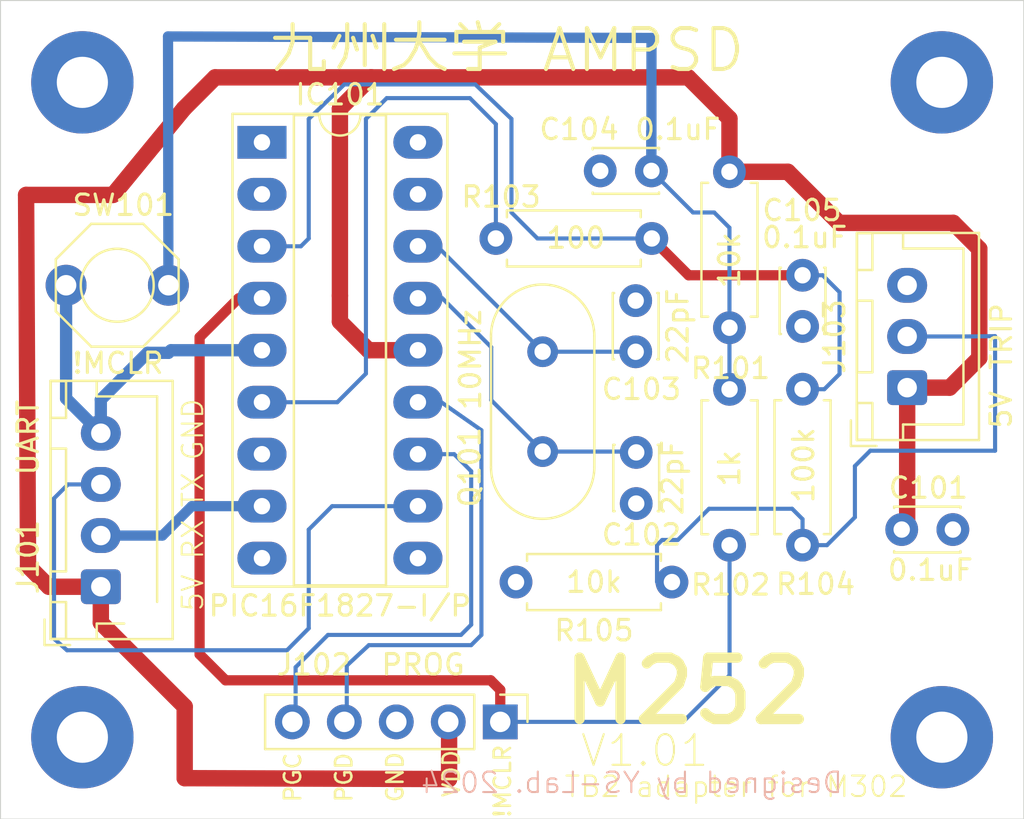
<source format=kicad_pcb>
(kicad_pcb (version 20240108) (generator "pcbnew") (generator_version "8.0")
  (layers (0 "F.Cu" signal) (31 "B.Cu" signal) (34 "B.Paste" user) (35 "F.Paste" user) (36 "B.SilkS" user "B.Silkscreen") (37 "F.SilkS" user "F.Silkscreen") (38 "B.Mask" user) (39 "F.Mask" user) (44 "Edge.Cuts" user))
  (net 0 "")
  (net 1 "+5V")
  (net 2 "GND")
  (net 3 "Net-(IC101-RA6)")
  (net 4 "Net-(IC101-RA7)")
  (net 5 "Net-(C104-Pad1)")
  (net 6 "Net-(IC101-RA4)")
  (net 8 "Net-(IC101-RB6)")
  (net 9 "/TB2_RX")
  (net 11 "Net-(IC101-RB0)")
  (net 15 "/TB2_TX")
  (net 16 "Net-(IC101-RB7)")
  (net 20 "Net-(J103-Pin_2)")
  (net 21 "Net-(IC101-RA5{slash}~{MCLR}{slash}VPP)")
  (footprint "Connector_JST:JST_XH_B4B-XH-AM_1x04_P2.50mm_Vertical" (layer "F.Cu") (at 104.902 88.646 90)
    (property "Reference" "J101" (at 1.448 -3.556 90) (layer "F.SilkS"))
    (property "Value" "UART" (at 7.29 -3.556 90) (layer "F.SilkS"))
    (fp_line (start -1.6 -2.75) (end -2.85 -2.75) (stroke (width 0.12)) (layer "F.SilkS"))
    (fp_line (start -2.85 -2.75) (end -2.85 -1.5) (stroke (width 0.12)) (layer "F.SilkS"))
    (fp_line (start 10.06 -2.46) (end -2.56 -2.46) (stroke (width 0.12)) (layer "F.SilkS"))
    (fp_line (start -2.56 -2.46) (end -2.56 3.51) (stroke (width 0.12)) (layer "F.SilkS"))
    (fp_line (start 10.05 -2.45) (end 8.25 -2.45) (stroke (width 0.12)) (layer "F.SilkS"))
    (fp_line (start 8.25 -2.45) (end 8.25 -1.7) (stroke (width 0.12)) (layer "F.SilkS"))
    (fp_line (start 6.75 -2.45) (end 0.75 -2.45) (stroke (width 0.12)) (layer "F.SilkS"))
    (fp_line (start 0.75 -2.45) (end 0.75 -1.7) (stroke (width 0.12)) (layer "F.SilkS"))
    (fp_line (start -0.75 -2.45) (end -2.55 -2.45) (stroke (width 0.12)) (layer "F.SilkS"))
    (fp_line (start -2.55 -2.45) (end -2.55 -1.7) (stroke (width 0.12)) (layer "F.SilkS"))
    (fp_line (start 10.05 -1.7) (end 10.05 -2.45) (stroke (width 0.12)) (layer "F.SilkS"))
    (fp_line (start 8.25 -1.7) (end 10.05 -1.7) (stroke (width 0.12)) (layer "F.SilkS"))
    (fp_line (start 6.75 -1.7) (end 6.75 -2.45) (stroke (width 0.12)) (layer "F.SilkS"))
    (fp_line (start 0.75 -1.7) (end 6.75 -1.7) (stroke (width 0.12)) (layer "F.SilkS"))
    (fp_line (start -0.75 -1.7) (end -0.75 -2.45) (stroke (width 0.12)) (layer "F.SilkS"))
    (fp_line (start -2.55 -1.7) (end -0.75 -1.7) (stroke (width 0.12)) (layer "F.SilkS"))
    (fp_line (start 10.05 -0.2) (end 9.3 -0.2) (stroke (width 0.12)) (layer "F.SilkS"))
    (fp_line (start 9.3 -0.2) (end 9.3 2.75) (stroke (width 0.12)) (layer "F.SilkS"))
    (fp_line (start -1.8 -0.2) (end -1.8 1.14) (stroke (width 0.12)) (layer "F.SilkS"))
    (fp_line (start -2.55 -0.2) (end -1.8 -0.2) (stroke (width 0.12)) (layer "F.SilkS"))
    (fp_line (start 9.3 2.75) (end 3.75 2.75) (stroke (width 0.12)) (layer "F.SilkS"))
    (fp_line (start 3.75 2.75) (end -0.74 2.75) (stroke (width 0.12)) (layer "F.SilkS"))
    (fp_line (start 10.06 3.51) (end 10.06 -2.46) (stroke (width 0.12)) (layer "F.SilkS"))
    (fp_line (start -2.56 3.51) (end 10.06 3.51) (stroke (width 0.12)) (layer "F.SilkS"))
    (pad "" np_thru_hole circle (at -1.6 2 90) (size 1.2 1.2) (drill 1.2) (layers "*.Cu" "*.Mask"))
    (pad "1" thru_hole roundrect (at 0 0 90) (size 1.7 1.95) (drill 0.95) (layers "*.Cu" "*.Mask") (roundrect_rratio 0.147059) (net 1 "+5V"))
    (pad "2" thru_hole oval (at 2.5 0 90) (size 1.7 1.95) (drill 0.95) (layers "*.Cu" "*.Mask") (net 9 "/TB2_RX"))
    (pad "3" thru_hole oval (at 5 0 90) (size 1.7 1.95) (drill 0.95) (layers "*.Cu" "*.Mask") (net 15 "/TB2_TX"))
    (pad "4" thru_hole oval (at 7.5 0 90) (size 1.7 1.95) (drill 0.95) (layers "*.Cu" "*.Mask") (net 2 "GND"))
  )
  (footprint "Resistor_THT:R_Axial_DIN0207_L6.3mm_D2.5mm_P7.62mm_Horizontal" (layer "F.Cu") (at 135.62 75.99 90)
    (property "Reference" "R101" (at -1.9812 0.0508 0) (layer "F.SilkS"))
    (property "Value" "10k" (at 3.302 0 90) (layer "F.SilkS"))
    (fp_line (start 7.08 -1.37) (end 7.08 -1.04) (stroke (width 0.12)) (layer "F.SilkS"))
    (fp_line (start 0.54 -1.37) (end 7.08 -1.37) (stroke (width 0.12)) (layer "F.SilkS"))
    (fp_line (start 0.54 -1.04) (end 0.54 -1.37) (stroke (width 0.12)) (layer "F.SilkS"))
    (fp_line (start 0.54 1.04) (end 0.54 1.37) (stroke (width 0.12)) (layer "F.SilkS"))
    (fp_line (start 7.08 1.37) (end 7.08 1.04) (stroke (width 0.12)) (layer "F.SilkS"))
    (fp_line (start 0.54 1.37) (end 7.08 1.37) (stroke (width 0.12)) (layer "F.SilkS"))
    (pad "1" thru_hole circle (at 0 0 90) (size 1.6 1.6) (drill 0.8) (layers "*.Cu" "*.Mask") (net 5 "Net-(C104-Pad1)"))
    (pad "2" thru_hole oval (at 7.62 0 90) (size 1.6 1.6) (drill 0.8) (layers "*.Cu" "*.Mask") (net 1 "+5V"))
  )
  (footprint "Capacitor_THT:C_Disc_D3.0mm_W2.0mm_P2.50mm" (layer "F.Cu") (at 131.064 82.082 -90)
    (property "Reference" "C102" (at 4.024 -0.254 180) (layer "F.SilkS"))
    (property "Value" "22pF" (at 1.23 -1.778 90) (layer "F.SilkS"))
    (fp_line (start -0.37 1.12) (end 2.87 1.12) (stroke (width 0.12)) (layer "F.SilkS"))
    (fp_line (start -0.37 1.055) (end -0.37 1.12) (stroke (width 0.12)) (layer "F.SilkS"))
    (fp_line (start 2.87 1.055) (end 2.87 1.12) (stroke (width 0.12)) (layer "F.SilkS"))
    (fp_line (start -0.37 -1.12) (end -0.37 -1.055) (stroke (width 0.12)) (layer "F.SilkS"))
    (fp_line (start -0.37 -1.12) (end 2.87 -1.12) (stroke (width 0.12)) (layer "F.SilkS"))
    (fp_line (start 2.87 -1.12) (end 2.87 -1.055) (stroke (width 0.12)) (layer "F.SilkS"))
    (pad "1" thru_hole circle (at 0 0 270) (size 1.6 1.6) (drill 0.8) (layers "*.Cu" "*.Mask") (net 3 "Net-(IC101-RA6)"))
    (pad "2" thru_hole circle (at 2.5 0 270) (size 1.6 1.6) (drill 0.8) (layers "*.Cu" "*.Mask") (net 2 "GND"))
  )
  (footprint "HOLLY2:TVDT18-050" (layer "F.Cu") (at 105.704 73.914 180)
    (property "Reference" "SW101" (at -0.296 3.914 0) (layer "F.SilkS"))
    (property "Value" "!MCLR" (at -0.04 -3.81 0) (layer "F.SilkS"))
    (fp_line (start 3 1.27) (end 3 -1.27) (stroke (width 0.12)) (layer "F.SilkS"))
    (fp_line (start 3 -1.27) (end 1.27 -3) (stroke (width 0.12)) (layer "F.SilkS"))
    (fp_line (start 1.27 3) (end 3 1.27) (stroke (width 0.12)) (layer "F.SilkS"))
    (fp_line (start 1.27 -3) (end -1.27 -3) (stroke (width 0.12)) (layer "F.SilkS"))
    (fp_line (start -1.27 3) (end 1.27 3) (stroke (width 0.12)) (layer "F.SilkS"))
    (fp_line (start -1.27 -3) (end -3 -1.27) (stroke (width 0.12)) (layer "F.SilkS"))
    (fp_line (start -3 1.27) (end -1.27 3) (stroke (width 0.12)) (layer "F.SilkS"))
    (fp_line (start -3 -1.27) (end -3 1.27) (stroke (width 0.12)) (layer "F.SilkS"))
    (fp_circle (center 0 0) (end 0.127 1.778) (stroke (width 0.12)) (fill none) (layer "F.SilkS"))
    (pad "1" thru_hole circle (at -2.5 0 180) (size 2 2) (drill 1) (layers "*.Cu" "*.Mask") (net 5 "Net-(C104-Pad1)"))
    (pad "2" thru_hole circle (at 2.5 0 180) (size 2 2) (drill 1) (layers "*.Cu" "*.Mask") (net 2 "GND"))
  )
  (footprint "MountingHole:MountingHole_2.5mm_Pad" (layer "F.Cu") (at 104 96)
    (property "Reference" "REF**" (hide yes))
    (property "Value" "MountingHole_2.5mm_Pad" (hide yes))
    (pad "1" thru_hole circle (at 0 0) (size 5 5) (drill 2.5) (layers "*.Cu" "*.Mask"))
  )
  (footprint "Resistor_THT:R_Axial_DIN0207_L6.3mm_D2.5mm_P7.62mm_Horizontal" (layer "F.Cu") (at 139.192 86.614 90)
    (property "Reference" "R104" (at -1.905 0.635 180) (layer "F.SilkS"))
    (property "Value" "100k" (at 3.9116 0.0508 90) (layer "F.SilkS"))
    (fp_line (start 7.08 -1.37) (end 7.08 -1.04) (stroke (width 0.12)) (layer "F.SilkS"))
    (fp_line (start 0.54 -1.37) (end 7.08 -1.37) (stroke (width 0.12)) (layer "F.SilkS"))
    (fp_line (start 0.54 -1.04) (end 0.54 -1.37) (stroke (width 0.12)) (layer "F.SilkS"))
    (fp_line (start 0.54 1.04) (end 0.54 1.37) (stroke (width 0.12)) (layer "F.SilkS"))
    (fp_line (start 7.08 1.37) (end 7.08 1.04) (stroke (width 0.12)) (layer "F.SilkS"))
    (fp_line (start 0.54 1.37) (end 7.08 1.37) (stroke (width 0.12)) (layer "F.SilkS"))
    (pad "1" thru_hole circle (at 0 0 90) (size 1.6 1.6) (drill 0.8) (layers "*.Cu" "*.Mask") (net 20 "Net-(J103-Pin_2)"))
    (pad "2" thru_hole oval (at 7.62 0 90) (size 1.6 1.6) (drill 0.8) (layers "*.Cu" "*.Mask") (net 6 "Net-(IC101-RA4)"))
  )
  (footprint "MountingHole:MountingHole_2.5mm_Pad" (layer "F.Cu") (at 104 64)
    (property "Reference" "REF**" (hide yes))
    (property "Value" "MountingHole_2.5mm_Pad" (hide yes))
    (pad "1" thru_hole circle (at 0 0) (size 5 5) (drill 2.5) (layers "*.Cu" "*.Mask"))
  )
  (footprint "Resistor_THT:R_Axial_DIN0207_L6.3mm_D2.5mm_P7.62mm_Horizontal" (layer "F.Cu") (at 132.81 88.4174 180)
    (property "Reference" "R105" (at 3.81 -2.37 0) (layer "F.SilkS"))
    (property "Value" "10k" (at 3.81 0 0) (layer "F.SilkS"))
    (fp_line (start 7.08 1.37) (end 7.08 1.04) (stroke (width 0.12)) (layer "F.SilkS"))
    (fp_line (start 7.08 -1.37) (end 7.08 -1.04) (stroke (width 0.12)) (layer "F.SilkS"))
    (fp_line (start 0.54 1.37) (end 7.08 1.37) (stroke (width 0.12)) (layer "F.SilkS"))
    (fp_line (start 0.54 1.04) (end 0.54 1.37) (stroke (width 0.12)) (layer "F.SilkS"))
    (fp_line (start 0.54 -1.04) (end 0.54 -1.37) (stroke (width 0.12)) (layer "F.SilkS"))
    (fp_line (start 0.54 -1.37) (end 7.08 -1.37) (stroke (width 0.12)) (layer "F.SilkS"))
    (pad "1" thru_hole circle (at 0 0 180) (size 1.6 1.6) (drill 0.8) (layers "*.Cu" "*.Mask") (net 20 "Net-(J103-Pin_2)"))
    (pad "2" thru_hole oval (at 7.62 0 180) (size 1.6 1.6) (drill 0.8) (layers "*.Cu" "*.Mask") (net 2 "GND"))
  )
  (footprint "Package_DIP:DIP-18_W7.62mm_Socket_LongPads" (layer "F.Cu") (at 112.776 66.929)
    (property "Reference" "IC101" (at 3.81 -2.33 0) (layer "F.SilkS"))
    (property "Value" "PIC16F1827-I/P" (at 3.81 22.65 0) (layer "F.SilkS"))
    (fp_line (start -1.44 -1.39) (end -1.44 21.71) (stroke (width 0.12)) (layer "F.SilkS"))
    (fp_line (start -1.44 21.71) (end 9.06 21.71) (stroke (width 0.12)) (layer "F.SilkS"))
    (fp_line (start 1.56 -1.33) (end 1.56 21.65) (stroke (width 0.12)) (layer "F.SilkS"))
    (fp_line (start 1.56 21.65) (end 6.06 21.65) (stroke (width 0.12)) (layer "F.SilkS"))
    (fp_line (start 2.81 -1.33) (end 1.56 -1.33) (stroke (width 0.12)) (layer "F.SilkS"))
    (fp_line (start 6.06 -1.33) (end 4.81 -1.33) (stroke (width 0.12)) (layer "F.SilkS"))
    (fp_line (start 6.06 21.65) (end 6.06 -1.33) (stroke (width 0.12)) (layer "F.SilkS"))
    (fp_line (start 9.06 -1.39) (end -1.44 -1.39) (stroke (width 0.12)) (layer "F.SilkS"))
    (fp_line (start 9.06 21.71) (end 9.06 -1.39) (stroke (width 0.12)) (layer "F.SilkS"))
    (fp_arc (start 4.81 -1.33) (mid 3.81 -0.33) (end 2.81 -1.33) (stroke (width 0.12)) (layer "F.SilkS"))
    (pad "1" thru_hole rect (at 0 0) (size 2.4 1.6) (drill 0.8) (layers "*.Cu" "*.Mask"))
    (pad "2" thru_hole oval (at 0 2.54) (size 2.4 1.6) (drill 0.8) (layers "*.Cu" "*.Mask"))
    (pad "3" thru_hole oval (at 0 5.08) (size 2.4 1.6) (drill 0.8) (layers "*.Cu" "*.Mask") (net 6 "Net-(IC101-RA4)"))
    (pad "4" thru_hole oval (at 0 7.62) (size 2.4 1.6) (drill 0.8) (layers "*.Cu" "*.Mask") (net 21 "Net-(IC101-RA5{slash}~{MCLR}{slash}VPP)"))
    (pad "5" thru_hole oval (at 0 10.16) (size 2.4 1.6) (drill 0.8) (layers "*.Cu" "*.Mask") (net 2 "GND"))
    (pad "6" thru_hole oval (at 0 12.7) (size 2.4 1.6) (drill 0.8) (layers "*.Cu" "*.Mask") (net 11 "Net-(IC101-RB0)"))
    (pad "7" thru_hole oval (at 0 15.24) (size 2.4 1.6) (drill 0.8) (layers "*.Cu" "*.Mask"))
    (pad "8" thru_hole oval (at 0 17.78) (size 2.4 1.6) (drill 0.8) (layers "*.Cu" "*.Mask") (net 9 "/TB2_RX"))
    (pad "9" thru_hole oval (at 0 20.32) (size 2.4 1.6) (drill 0.8) (layers "*.Cu" "*.Mask"))
    (pad "10" thru_hole oval (at 7.62 20.32) (size 2.4 1.6) (drill 0.8) (layers "*.Cu" "*.Mask"))
    (pad "11" thru_hole oval (at 7.62 17.78) (size 2.4 1.6) (drill 0.8) (layers "*.Cu" "*.Mask") (net 15 "/TB2_TX"))
    (pad "12" thru_hole oval (at 7.62 15.24) (size 2.4 1.6) (drill 0.8) (layers "*.Cu" "*.Mask") (net 8 "Net-(IC101-RB6)"))
    (pad "13" thru_hole oval (at 7.62 12.7) (size 2.4 1.6) (drill 0.8) (layers "*.Cu" "*.Mask") (net 16 "Net-(IC101-RB7)"))
    (pad "14" thru_hole oval (at 7.62 10.16) (size 2.4 1.6) (drill 0.8) (layers "*.Cu" "*.Mask") (net 1 "+5V"))
    (pad "15" thru_hole oval (at 7.62 7.62) (size 2.4 1.6) (drill 0.8) (layers "*.Cu" "*.Mask") (net 3 "Net-(IC101-RA6)"))
    (pad "16" thru_hole oval (at 7.62 5.08) (size 2.4 1.6) (drill 0.8) (layers "*.Cu" "*.Mask") (net 4 "Net-(IC101-RA7)"))
    (pad "17" thru_hole oval (at 7.62 2.54) (size 2.4 1.6) (drill 0.8) (layers "*.Cu" "*.Mask"))
    (pad "18" thru_hole oval (at 7.62 0) (size 2.4 1.6) (drill 0.8) (layers "*.Cu" "*.Mask"))
  )
  (footprint "Capacitor_THT:C_Disc_D3.0mm_W2.0mm_P2.50mm" (layer "F.Cu") (at 146.538 85.852 180)
    (property "Reference" "C101" (at 1.1992 2.032 0) (layer "F.SilkS"))
    (property "Value" "0.1uF" (at 1.0976 -1.9812 0) (layer "F.SilkS"))
    (fp_line (start 2.87 1.055) (end 2.87 1.12) (stroke (width 0.12)) (layer "F.SilkS"))
    (fp_line (start 2.87 -1.12) (end 2.87 -1.055) (stroke (width 0.12)) (layer "F.SilkS"))
    (fp_line (start -0.37 1.12) (end 2.87 1.12) (stroke (width 0.12)) (layer "F.SilkS"))
    (fp_line (start -0.37 1.055) (end -0.37 1.12) (stroke (width 0.12)) (layer "F.SilkS"))
    (fp_line (start -0.37 -1.12) (end 2.87 -1.12) (stroke (width 0.12)) (layer "F.SilkS"))
    (fp_line (start -0.37 -1.12) (end -0.37 -1.055) (stroke (width 0.12)) (layer "F.SilkS"))
    (pad "1" thru_hole circle (at 0 0 180) (size 1.6 1.6) (drill 0.8) (layers "*.Cu" "*.Mask") (net 2 "GND"))
    (pad "2" thru_hole circle (at 2.5 0 180) (size 1.6 1.6) (drill 0.8) (layers "*.Cu" "*.Mask") (net 1 "+5V"))
  )
  (footprint "Crystal:Crystal_HC49-4H_Vertical" (layer "F.Cu") (at 126.492 77.162 -90)
    (property "Reference" "Q101" (at 5.642 3.556 90) (layer "F.SilkS"))
    (property "Value" "10MHz" (at 0.3842 3.5306 90) (layer "F.SilkS"))
    (fp_line (start -0.76 2.525) (end 5.64 2.525) (stroke (width 0.12)) (layer "F.SilkS"))
    (fp_line (start -0.76 -2.525) (end 5.64 -2.525) (stroke (width 0.12)) (layer "F.SilkS"))
    (fp_arc (start -0.76 2.525) (mid -3.285 0) (end -0.76 -2.525) (stroke (width 0.12)) (layer "F.SilkS"))
    (fp_arc (start 5.64 -2.525) (mid 8.165 0) (end 5.64 2.525) (stroke (width 0.12)) (layer "F.SilkS"))
    (pad "1" thru_hole circle (at 0 0 270) (size 1.5 1.5) (drill 0.8) (layers "*.Cu" "*.Mask") (net 4 "Net-(IC101-RA7)"))
    (pad "2" thru_hole circle (at 4.88 0 270) (size 1.5 1.5) (drill 0.8) (layers "*.Cu" "*.Mask") (net 3 "Net-(IC101-RA6)"))
  )
  (footprint "Resistor_THT:R_Axial_DIN0207_L6.3mm_D2.5mm_P7.62mm_Horizontal" (layer "F.Cu") (at 131.826 71.628 180)
    (property "Reference" "R103" (at 7.366 2.032 0) (layer "F.SilkS"))
    (property "Value" "100" (at 3.7084 0.0254 0) (layer "F.SilkS"))
    (fp_line (start 7.08 1.37) (end 7.08 1.04) (stroke (width 0.12)) (layer "F.SilkS"))
    (fp_line (start 7.08 -1.37) (end 7.08 -1.04) (stroke (width 0.12)) (layer "F.SilkS"))
    (fp_line (start 0.54 1.37) (end 7.08 1.37) (stroke (width 0.12)) (layer "F.SilkS"))
    (fp_line (start 0.54 1.04) (end 0.54 1.37) (stroke (width 0.12)) (layer "F.SilkS"))
    (fp_line (start 0.54 -1.04) (end 0.54 -1.37) (stroke (width 0.12)) (layer "F.SilkS"))
    (fp_line (start 0.54 -1.37) (end 7.08 -1.37) (stroke (width 0.12)) (layer "F.SilkS"))
    (pad "1" thru_hole circle (at 0 0 180) (size 1.6 1.6) (drill 0.8) (layers "*.Cu" "*.Mask") (net 6 "Net-(IC101-RA4)"))
    (pad "2" thru_hole oval (at 7.62 0 180) (size 1.6 1.6) (drill 0.8) (layers "*.Cu" "*.Mask") (net 11 "Net-(IC101-RB0)"))
  )
  (footprint "Capacitor_THT:C_Disc_D3.0mm_W2.0mm_P2.50mm" (layer "F.Cu") (at 131.806 68.326 180)
    (property "Reference" "C104" (at 3.536 2.032 0) (layer "F.SilkS"))
    (property "Value" "0.1uF" (at -1.29 2.032 0) (layer "F.SilkS"))
    (fp_line (start 2.87 1.055) (end 2.87 1.12) (stroke (width 0.12)) (layer "F.SilkS"))
    (fp_line (start 2.87 -1.12) (end 2.87 -1.055) (stroke (width 0.12)) (layer "F.SilkS"))
    (fp_line (start -0.37 1.12) (end 2.87 1.12) (stroke (width 0.12)) (layer "F.SilkS"))
    (fp_line (start -0.37 1.055) (end -0.37 1.12) (stroke (width 0.12)) (layer "F.SilkS"))
    (fp_line (start -0.37 -1.12) (end 2.87 -1.12) (stroke (width 0.12)) (layer "F.SilkS"))
    (fp_line (start -0.37 -1.12) (end -0.37 -1.055) (stroke (width 0.12)) (layer "F.SilkS"))
    (pad "1" thru_hole circle (at 0 0 180) (size 1.6 1.6) (drill 0.8) (layers "*.Cu" "*.Mask") (net 5 "Net-(C104-Pad1)"))
    (pad "2" thru_hole circle (at 2.5 0 180) (size 1.6 1.6) (drill 0.8) (layers "*.Cu" "*.Mask") (net 2 "GND"))
  )
  (footprint "Connector_PinHeader_2.54mm:PinHeader_1x05_P2.54mm_Vertical" (layer "F.Cu") (at 124.42 95.25 -90)
    (property "Reference" "J102" (at -2.794 9.104 180) (layer "F.SilkS"))
    (property "Value" "PROG" (at -2.794 3.77 180) (layer "F.SilkS"))
    (fp_line (start -1.33 11.49) (end 1.33 11.49) (stroke (width 0.12)) (layer "F.SilkS"))
    (fp_line (start -1.33 1.27) (end -1.33 11.49) (stroke (width 0.12)) (layer "F.SilkS"))
    (fp_line (start -1.33 1.27) (end 1.33 1.27) (stroke (width 0.12)) (layer "F.SilkS"))
    (fp_line (start 1.33 1.27) (end 1.33 11.49) (stroke (width 0.12)) (layer "F.SilkS"))
    (fp_line (start -1.33 0) (end -1.33 -1.33) (stroke (width 0.12)) (layer "F.SilkS"))
    (fp_line (start -1.33 -1.33) (end 0 -1.33) (stroke (width 0.12)) (layer "F.SilkS"))
    (pad "1" thru_hole rect (at 0 0 270) (size 1.7 1.7) (drill 1) (layers "*.Cu" "*.Mask") (net 21 "Net-(IC101-RA5{slash}~{MCLR}{slash}VPP)"))
    (pad "2" thru_hole oval (at 0 2.54 270) (size 1.7 1.7) (drill 1) (layers "*.Cu" "*.Mask") (net 1 "+5V"))
    (pad "3" thru_hole oval (at 0 5.08 270) (size 1.7 1.7) (drill 1) (layers "*.Cu" "*.Mask") (net 2 "GND"))
    (pad "4" thru_hole oval (at 0 7.62 270) (size 1.7 1.7) (drill 1) (layers "*.Cu" "*.Mask") (net 16 "Net-(IC101-RB7)"))
    (pad "5" thru_hole oval (at 0 10.16 270) (size 1.7 1.7) (drill 1) (layers "*.Cu" "*.Mask") (net 8 "Net-(IC101-RB6)"))
  )
  (footprint "Capacitor_THT:C_Disc_D3.0mm_W2.0mm_P2.50mm" (layer "F.Cu") (at 139.192 73.426 -90)
    (property "Reference" "C105" (at -3.1696 0.0254 180) (layer "F.SilkS"))
    (property "Value" "0.1uF" (at -1.8488 -0.1016 180) (layer "F.SilkS"))
    (fp_line (start -0.37 1.12) (end 2.87 1.12) (stroke (width 0.12)) (layer "F.SilkS"))
    (fp_line (start -0.37 1.055) (end -0.37 1.12) (stroke (width 0.12)) (layer "F.SilkS"))
    (fp_line (start 2.87 1.055) (end 2.87 1.12) (stroke (width 0.12)) (layer "F.SilkS"))
    (fp_line (start -0.37 -1.12) (end -0.37 -1.055) (stroke (width 0.12)) (layer "F.SilkS"))
    (fp_line (start -0.37 -1.12) (end 2.87 -1.12) (stroke (width 0.12)) (layer "F.SilkS"))
    (fp_line (start 2.87 -1.12) (end 2.87 -1.055) (stroke (width 0.12)) (layer "F.SilkS"))
    (pad "1" thru_hole circle (at 0 0 270) (size 1.6 1.6) (drill 0.8) (layers "*.Cu" "*.Mask") (net 6 "Net-(IC101-RA4)"))
    (pad "2" thru_hole circle (at 2.5 0 270) (size 1.6 1.6) (drill 0.8) (layers "*.Cu" "*.Mask") (net 2 "GND"))
  )
  (footprint "MountingHole:MountingHole_2.5mm_Pad" (layer "F.Cu") (at 146 64)
    (property "Reference" "REF**" (hide yes))
    (property "Value" "MountingHole_2.5mm_Pad" (hide yes))
    (pad "1" thru_hole circle (at 0 0) (size 5 5) (drill 2.5) (layers "*.Cu" "*.Mask"))
  )
  (footprint "Resistor_THT:R_Axial_DIN0207_L6.3mm_D2.5mm_P7.62mm_Horizontal" (layer "F.Cu") (at 135.625 86.62 90)
    (property "Reference" "R102" (at -1.9304 0.0508 0) (layer "F.SilkS"))
    (property "Value" "1k" (at 3.7592 0 90) (layer "F.SilkS"))
    (fp_line (start 7.08 -1.37) (end 7.08 -1.04) (stroke (width 0.12)) (layer "F.SilkS"))
    (fp_line (start 0.54 -1.37) (end 7.08 -1.37) (stroke (width 0.12)) (layer "F.SilkS"))
    (fp_line (start 0.54 -1.04) (end 0.54 -1.37) (stroke (width 0.12)) (layer "F.SilkS"))
    (fp_line (start 0.54 1.04) (end 0.54 1.37) (stroke (width 0.12)) (layer "F.SilkS"))
    (fp_line (start 7.08 1.37) (end 7.08 1.04) (stroke (width 0.12)) (layer "F.SilkS"))
    (fp_line (start 0.54 1.37) (end 7.08 1.37) (stroke (width 0.12)) (layer "F.SilkS"))
    (pad "1" thru_hole circle (at 0 0 90) (size 1.6 1.6) (drill 0.8) (layers "*.Cu" "*.Mask") (net 21 "Net-(IC101-RA5{slash}~{MCLR}{slash}VPP)"))
    (pad "2" thru_hole oval (at 7.62 0 90) (size 1.6 1.6) (drill 0.8) (layers "*.Cu" "*.Mask") (net 5 "Net-(C104-Pad1)"))
  )
  (footprint "Connector_JST:JST_XH_B3B-XH-A_1x03_P2.50mm_Vertical" (layer "F.Cu") (at 144.304 78.918 90)
    (property "Reference" "J103" (at 2.5 -3.55 90) (layer "F.SilkS"))
    (property "Value" "TRIP" (at 2.5 4.6 90) (layer "F.SilkS"))
    (fp_line (start -1.6 -2.75) (end -2.85 -2.75) (stroke (width 0.12)) (layer "F.SilkS"))
    (fp_line (start -2.85 -2.75) (end -2.85 -1.5) (stroke (width 0.12)) (layer "F.SilkS"))
    (fp_line (start 7.56 -2.46) (end -2.56 -2.46) (stroke (width 0.12)) (layer "F.SilkS"))
    (fp_line (start -2.56 -2.46) (end -2.56 3.51) (stroke (width 0.12)) (layer "F.SilkS"))
    (fp_line (start 7.55 -2.45) (end 5.75 -2.45) (stroke (width 0.12)) (layer "F.SilkS"))
    (fp_line (start 5.75 -2.45) (end 5.75 -1.7) (stroke (width 0.12)) (layer "F.SilkS"))
    (fp_line (start 4.25 -2.45) (end 0.75 -2.45) (stroke (width 0.12)) (layer "F.SilkS"))
    (fp_line (start 0.75 -2.45) (end 0.75 -1.7) (stroke (width 0.12)) (layer "F.SilkS"))
    (fp_line (start -0.75 -2.45) (end -2.55 -2.45) (stroke (width 0.12)) (layer "F.SilkS"))
    (fp_line (start -2.55 -2.45) (end -2.55 -1.7) (stroke (width 0.12)) (layer "F.SilkS"))
    (fp_line (start 7.55 -1.7) (end 7.55 -2.45) (stroke (width 0.12)) (layer "F.SilkS"))
    (fp_line (start 5.75 -1.7) (end 7.55 -1.7) (stroke (width 0.12)) (layer "F.SilkS"))
    (fp_line (start 4.25 -1.7) (end 4.25 -2.45) (stroke (width 0.12)) (layer "F.SilkS"))
    (fp_line (start 0.75 -1.7) (end 4.25 -1.7) (stroke (width 0.12)) (layer "F.SilkS"))
    (fp_line (start -0.75 -1.7) (end -0.75 -2.45) (stroke (width 0.12)) (layer "F.SilkS"))
    (fp_line (start -2.55 -1.7) (end -0.75 -1.7) (stroke (width 0.12)) (layer "F.SilkS"))
    (fp_line (start 7.55 -0.2) (end 6.8 -0.2) (stroke (width 0.12)) (layer "F.SilkS"))
    (fp_line (start 6.8 -0.2) (end 6.8 2.75) (stroke (width 0.12)) (layer "F.SilkS"))
    (fp_line (start -1.8 -0.2) (end -1.8 2.75) (stroke (width 0.12)) (layer "F.SilkS"))
    (fp_line (start -2.55 -0.2) (end -1.8 -0.2) (stroke (width 0.12)) (layer "F.SilkS"))
    (fp_line (start 6.8 2.75) (end 2.5 2.75) (stroke (width 0.12)) (layer "F.SilkS"))
    (fp_line (start -1.8 2.75) (end 2.5 2.75) (stroke (width 0.12)) (layer "F.SilkS"))
    (fp_line (start 7.56 3.51) (end 7.56 -2.46) (stroke (width 0.12)) (layer "F.SilkS"))
    (fp_line (start -2.56 3.51) (end 7.56 3.51) (stroke (width 0.12)) (layer "F.SilkS"))
    (pad "1" thru_hole roundrect (at 0 0 90) (size 1.7 1.95) (drill 0.95) (layers "*.Cu" "*.Mask") (roundrect_rratio 0.147059) (net 1 "+5V"))
    (pad "2" thru_hole oval (at 2.5 0 90) (size 1.7 1.95) (drill 0.95) (layers "*.Cu" "*.Mask") (net 20 "Net-(J103-Pin_2)"))
    (pad "3" thru_hole oval (at 5 0 90) (size 1.7 1.95) (drill 0.95) (layers "*.Cu" "*.Mask"))
  )
  (footprint "MountingHole:MountingHole_2.5mm_Pad" (layer "F.Cu") (at 146 96)
    (property "Reference" "REF**" (hide yes))
    (property "Value" "MountingHole_2.5mm_Pad" (hide yes))
    (pad "1" thru_hole circle (at 0 0) (size 5 5) (drill 2.5) (layers "*.Cu" "*.Mask"))
  )
  (footprint "Capacitor_THT:C_Disc_D3.0mm_W2.0mm_P2.50mm" (layer "F.Cu") (at 131.0386 77.1652 90)
    (property "Reference" "C103" (at -1.8288 0.2794 180) (layer "F.SilkS"))
    (property "Value" "22pF" (at 1.25 2.0574 90) (layer "F.SilkS"))
    (fp_line (start 2.87 -1.12) (end 2.87 -1.055) (stroke (width 0.12)) (layer "F.SilkS"))
    (fp_line (start -0.37 -1.12) (end 2.87 -1.12) (stroke (width 0.12)) (layer "F.SilkS"))
    (fp_line (start -0.37 -1.12) (end -0.37 -1.055) (stroke (width 0.12)) (layer "F.SilkS"))
    (fp_line (start 2.87 1.055) (end 2.87 1.12) (stroke (width 0.12)) (layer "F.SilkS"))
    (fp_line (start -0.37 1.055) (end -0.37 1.12) (stroke (width 0.12)) (layer "F.SilkS"))
    (fp_line (start -0.37 1.12) (end 2.87 1.12) (stroke (width 0.12)) (layer "F.SilkS"))
    (pad "1" thru_hole circle (at 0 0 90) (size 1.6 1.6) (drill 0.8) (layers "*.Cu" "*.Mask") (net 4 "Net-(IC101-RA7)"))
    (pad "2" thru_hole circle (at 2.5 0 90) (size 1.6 1.6) (drill 0.8) (layers "*.Cu" "*.Mask") (net 2 "GND"))
  )
  (gr_line (start 150 100) (end 100 100) (stroke (width 0.05)) (layer "Edge.Cuts"))
  (gr_line (start 100 100) (end 100 60) (stroke (width 0.05)) (layer "Edge.Cuts"))
  (gr_line (start 100 60) (end 150 60) (stroke (width 0.05)) (layer "Edge.Cuts"))
  (gr_line (start 150 100) (end 150 60) (stroke (width 0.05)) (layer "Edge.Cuts"))
  (gr_text "Designed by YS-Lab. 2024" (at 141.224 98.806 0) (layer "B.SilkS") (effects (font (size 1 1) (thickness 0.1)) (justify left bottom mirror)))
  (gr_text "PGC" (at 114.75 99.25 90) (layer "F.SilkS") (effects (font (size 0.8 0.8) (thickness 0.125)) (justify left bottom)))
  (gr_text "VDD" (at 122.5 99 90) (layer "F.SilkS") (effects (font (size 0.8 0.8) (thickness 0.125)) (justify left bottom)))
  (gr_text "PGD" (at 117.25 99.25 90) (layer "F.SilkS") (effects (font (size 0.8 0.8) (thickness 0.125)) (justify left bottom)))
  (gr_text "TX" (at 109.982 84.836 90) (layer "F.SilkS") (effects (font (size 1 1) (thickness 0.1)) (justify left bottom)))
  (gr_text "M252" (at 127.254 95.504 0) (layer "F.SilkS") (effects (font (size 3 3) (thickness 0.5) (bold yes)) (justify left bottom)))
  (gr_text "GND" (at 109.982 82.55 90) (layer "F.SilkS") (effects (font (size 1 1) (thickness 0.1)) (justify left bottom)))
  (gr_text "九州大学 AMPSD" (at 113 63.6016 0) (layer "F.SilkS") (effects (font (size 2 2) (thickness 0.2)) (justify left bottom)))
  (gr_text "5V" (at 149.479 81 90) (layer "F.SilkS") (effects (font (size 1 1)) (justify left bottom)))
  (gr_text "TB2 adapter for M302" (at 127.5 99 0) (layer "F.SilkS") (effects (font (size 1 1) (thickness 0.1)) (justify left bottom)))
  (gr_text "5V" (at 109.982 89.916 90) (layer "F.SilkS") (effects (font (size 1 1) (thickness 0.1)) (justify left bottom)))
  (gr_text "GND" (at 119.75 99.25 90) (layer "F.SilkS") (effects (font (size 0.8 0.8) (thickness 0.125)) (justify left bottom)))
  (gr_text "V1.01" (at 128.27 97.536 0) (layer "F.SilkS") (effects (font (size 1.5 1.5) (thickness 0.1)) (justify left bottom)))
  (gr_text "RX" (at 109.982 87.376 90) (layer "F.SilkS") (effects (font (size 1 1) (thickness 0.1)) (justify left bottom)))
  (gr_text "!MCLR" (at 125 100 90) (layer "F.SilkS") (effects (font (size 0.8 0.8) (thickness 0.125)) (justify left bottom)))
  (segment (start 105.5 69.5) (end 101.25 69.5) (width 0.8) (layer "F.Cu") (net 1))
  (segment (start 144.304 85.586) (end 144.038 85.852) (width 0.8) (layer "F.Cu") (net 1))
  (segment (start 109 98) (end 121.92 98.044) (width 0.8) (layer "F.Cu") (net 1))
  (segment (start 147.828 77.47) (end 146.38 78.918) (width 0.8) (layer "F.Cu") (net 1))
  (segment (start 135.62 68.37) (end 135.62 65.77) (width 0.8) (layer "F.Cu") (net 1))
  (segment (start 110.49 63.754) (end 108.966 65.278) (width 0.8) (layer "F.Cu") (net 1))
  (segment (start 135.62 65.77) (end 133.604 63.754) (width 0.8) (layer "F.Cu") (net 1))
  (segment (start 118.11 63.754) (end 116.586 65.278) (width 0.8) (layer "F.Cu") (net 1))
  (segment (start 109 98) (end 109 94.5) (width 0.8) (layer "F.Cu") (net 1))
  (segment (start 104.902 90.402) (end 104.902 88.646) (width 0.8) (layer "F.Cu") (net 1))
  (segment (start 133.604 63.754) (end 118.11 63.754) (width 0.8) (layer "F.Cu") (net 1))
  (segment (start 108.966 65.278) (end 105.5 69.5) (width 0.8) (layer "F.Cu") (net 1))
  (segment (start 147.828 72.136) (end 147.828 77.47) (width 0.8) (layer "F.Cu") (net 1))
  (segment (start 138.474 68.37) (end 140.97 70.866) (width 0.8) (layer "F.Cu") (net 1))
  (segment (start 140.97 70.866) (end 146.558 70.866) (width 0.8) (layer "F.Cu") (net 1))
  (segment (start 121.92 98.044) (end 121.92 95.25) (width 0.8) (layer "F.Cu") (net 1))
  (segment (start 101.25 69.5) (end 101.346 87.63) (width 0.8) (layer "F.Cu") (net 1))
  (segment (start 116.586 65.278) (end 116.586 74.422) (width 0.8) (layer "F.Cu") (net 1))
  (segment (start 135.62 68.37) (end 138.474 68.37) (width 0.8) (layer "F.Cu") (net 1))
  (segment (start 102.362 88.646) (end 104.902 88.646) (width 0.8) (layer "F.Cu") (net 1))
  (segment (start 116.586 74.422) (end 116.586 75.692) (width 0.8) (layer "F.Cu") (net 1))
  (segment (start 146.558 70.866) (end 147.828 72.136) (width 0.8) (layer "F.Cu") (net 1))
  (segment (start 101.346 87.63) (end 102.362 88.646) (width 0.8) (layer "F.Cu") (net 1))
  (segment (start 116.586 75.692) (end 117.983 77.089) (width 0.8) (layer "F.Cu") (net 1))
  (segment (start 144.304 78.918) (end 144.304 85.586) (width 0.8) (layer "F.Cu") (net 1))
  (segment (start 117.983 77.089) (end 120.396 77.089) (width 0.8) (layer "F.Cu") (net 1))
  (segment (start 109 94.5) (end 104.902 90.402) (width 0.8) (layer "F.Cu") (net 1))
  (segment (start 146.38 78.918) (end 144.304 78.918) (width 0.8) (layer "F.Cu") (net 1))
  (segment (start 118.11 63.754) (end 110.49 63.754) (width 0.8) (layer "F.Cu") (net 1))
  (segment (start 104.902 81.146) (end 104.902 79.502) (width 0.6) (layer "B.Cu") (net 2))
  (segment (start 103.204 79.448) (end 104.902 81.146) (width 0.6) (layer "B.Cu") (net 2))
  (segment (start 104.902 79.502) (end 107.188 77.216) (width 0.6) (layer "B.Cu") (net 2))
  (segment (start 108.331 77.089) (end 112.776 77.089) (width 0.6) (layer "B.Cu") (net 2))
  (segment (start 103.204 73.914) (end 103.204 79.448) (width 0.6) (layer "B.Cu") (net 2))
  (segment (start 107.188 77.216) (end 108.204 77.216) (width 0.6) (layer "B.Cu") (net 2))
  (segment (start 108.204 77.216) (end 108.331 77.089) (width 0.6) (layer "B.Cu") (net 2))
  (segment (start 123.9774 79.5274) (end 126.492 82.042) (width 0.2) (layer "B.Cu") (net 3))
  (segment (start 121.5898 74.549) (end 123.9774 76.9366) (width 0.2) (layer "B.Cu") (net 3))
  (segment (start 123.9774 76.9366) (end 123.9774 79.5274) (width 0.2) (layer "B.Cu") (net 3))
  (segment (start 131.024 82.042) (end 131.064 82.082) (width 0.2) (layer "B.Cu") (net 3))
  (segment (start 126.492 82.042) (end 131.024 82.042) (width 0.2) (layer "B.Cu") (net 3))
  (segment (start 120.396 74.549) (end 121.5898 74.549) (width 0.2) (layer "B.Cu") (net 3))
  (segment (start 121.339 72.009) (end 126.492 77.162) (width 0.2) (layer "B.Cu") (net 4))
  (segment (start 126.492 77.162) (end 131.0354 77.162) (width 0.2) (layer "B.Cu") (net 4))
  (segment (start 131.0354 77.162) (end 131.0386 77.1652) (width 0.2) (layer "B.Cu") (net 4))
  (segment (start 120.396 72.009) (end 121.339 72.009) (width 0.2) (layer "B.Cu") (net 4))
  (segment (start 131.806 68.326) (end 131.81 61.83) (width 0.5) (layer "B.Cu") (net 5))
  (segment (start 131.806 68.326) (end 131.816 68.336) (width 0.2) (layer "B.Cu") (net 5))
  (segment (start 131.806 68.326) (end 131.8 66.4) (width 0.5) (layer "B.Cu") (net 5))
  (segment (start 135.62 75.99) (end 135.62 78.995) (width 0.2) (layer "B.Cu") (net 5))
  (segment (start 133.838 70.358) (end 134.874 70.358) (width 0.2) (layer "B.Cu") (net 5))
  (segment (start 135.62 78.995) (end 135.625 79) (width 0.2) (layer "B.Cu") (net 5))
  (segment (start 131.806 68.326) (end 133.838 70.358) (width 0.2) (layer "B.Cu") (net 5))
  (segment (start 108.185626 61.756398) (end 108.204 73.914) (width 0.5) (layer "B.Cu") (net 5))
  (segment (start 131.81 61.83) (end 108.185626 61.756398) (width 0.5) (layer "B.Cu") (net 5))
  (segment (start 135.62 71.104) (end 135.62 75.99) (width 0.2) (layer "B.Cu") (net 5))
  (segment (start 131.8 66.2) (end 131.8 66.4) (width 0.2) (layer "B.Cu") (net 5))
  (segment (start 134.874 70.358) (end 135.62 71.104) (width 0.2) (layer "B.Cu") (net 5))
  (segment (start 131.826 71.628) (end 133.624 73.426) (width 0.5) (layer "F.Cu") (net 6))
  (segment (start 133.624 73.426) (end 139.192 73.426) (width 0.5) (layer "F.Cu") (net 6))
  (segment (start 124.968 70.358) (end 126.238 71.628) (width 0.2) (layer "B.Cu") (net 6))
  (segment (start 116.8 64.1) (end 123.2 64.1) (width 0.2) (layer "B.Cu") (net 6))
  (segment (start 141 78.25) (end 140.256 78.994) (width 0.2) (layer "B.Cu") (net 6))
  (segment (start 112.776 72.009) (end 114.681 72.009) (width 0.2) (layer "B.Cu") (net 6))
  (segment (start 115.062 65.786) (end 116.8 64.1) (width 0.2) (layer "B.Cu") (net 6))
  (segment (start 139.192 73.426) (end 140.176 73.426) (width 0.2) (layer "B.Cu") (net 6))
  (segment (start 140.256 78.994) (end 139.192 78.994) (width 0.2) (layer "B.Cu") (net 6))
  (segment (start 124.968 65.786) (end 124.968 70.358) (width 0.2) (layer "B.Cu") (net 6))
  (segment (start 126.238 71.628) (end 131.826 71.628) (width 0.2) (layer "B.Cu") (net 6))
  (segment (start 114.681 72.009) (end 115.062 71.628) (width 0.2) (layer "B.Cu") (net 6))
  (segment (start 141 74.25) (end 141 78.25) (width 0.2) (layer "B.Cu") (net 6))
  (segment (start 123.2 64.1) (end 124.968 65.786) (width 0.2) (layer "B.Cu") (net 6))
  (segment (start 115.062 71.628) (end 115.062 65.786) (width 0.2) (layer "B.Cu") (net 6))
  (segment (start 140.176 73.426) (end 141 74.25) (width 0.2) (layer "B.Cu") (net 6))
  (segment (start 120.396 82.169) (end 122.169 82.169) (width 0.2) (layer "B.Cu") (net 8))
  (segment (start 123 83) (end 123 90.5) (width 0.2) (layer "B.Cu") (net 8))
  (segment (start 122.5 91) (end 116 91) (width 0.2) (layer "B.Cu") (net 8))
  (segment (start 123 90.5) (end 122.5 91) (width 0.2) (layer "B.Cu") (net 8))
  (segment (start 116 91) (end 114.42 92.58) (width 0.2) (layer "B.Cu") (net 8))
  (segment (start 122.169 82.169) (end 123 83) (width 0.2) (layer "B.Cu") (net 8))
  (segment (start 114.42 92.58) (end 114.42 95.25) (width 0.2) (layer "B.Cu") (net 8))
  (segment (start 107.91 86.146) (end 109.347 84.709) (width 0.5) (layer "B.Cu") (net 9))
  (segment (start 109.347 84.709) (end 112.776 84.709) (width 0.5) (layer "B.Cu") (net 9))
  (segment (start 104.902 86.146) (end 107.91 86.146) (width 0.5) (layer "B.Cu") (net 9))
  (segment (start 112.776 79.629) (end 116.459 79.629) (width 0.2) (layer "B.Cu") (net 11))
  (segment (start 122.936 64.77) (end 124.206 66.04) (width 0.2) (layer "B.Cu") (net 11))
  (segment (start 118.872 64.77) (end 122.936 64.77) (width 0.2) (layer "B.Cu") (net 11))
  (segment (start 124.206 66.04) (end 124.206 71.628) (width 0.2) (layer "B.Cu") (net 11))
  (segment (start 117.856 78.232) (end 117.856 65.786) (width 0.2) (layer "B.Cu") (net 11))
  (segment (start 116.459 79.629) (end 117.856 78.232) (width 0.2) (layer "B.Cu") (net 11))
  (segment (start 117.856 65.786) (end 118.872 64.77) (width 0.2) (layer "B.Cu") (net 11))
  (segment (start 116.205 84.709) (end 115.062 85.852) (width 0.2) (layer "B.Cu") (net 15))
  (segment (start 114 91.75) (end 103.25 91.75) (width 0.2) (layer "B.Cu") (net 15))
  (segment (start 103.25 91.75) (end 102.616 91.186) (width 0.2) (layer "B.Cu") (net 15))
  (segment (start 102.616 84.328) (end 103.298 83.646) (width 0.2) (layer "B.Cu") (net 15))
  (segment (start 115.062 90.678) (end 114 91.75) (width 0.2) (layer "B.Cu") (net 15))
  (segment (start 102.616 91.186) (end 102.616 84.328) (width 0.2) (layer "B.Cu") (net 15))
  (segment (start 115.062 85.852) (end 115.062 90.678) (width 0.2) (layer "B.Cu") (net 15))
  (segment (start 120.396 84.709) (end 116.205 84.709) (width 0.2) (layer "B.Cu") (net 15))
  (segment (start 103.298 83.646) (end 104.902 83.646) (width 0.2) (layer "B.Cu") (net 15))
  (segment (start 120.396 79.629) (end 121.539 79.629) (width 0.2) (layer "B.Cu") (net 16))
  (segment (start 123 91.5) (end 118 91.5) (width 0.2) (layer "B.Cu") (net 16))
  (segment (start 118 91.5) (end 116.92 92.5) (width 0.2) (layer "B.Cu") (net 16))
  (segment (start 123.5 91) (end 123 91.5) (width 0.2) (layer "B.Cu") (net 16))
  (segment (start 121.539 79.629) (end 123.5 81) (width 0.2) (layer "B.Cu") (net 16))
  (segment (start 116.92 92.5) (end 116.92 95.25) (width 0.2) (layer "B.Cu") (net 16))
  (segment (start 123.5 81) (end 123.5 91) (width 0.2) (layer "B.Cu") (net 16))
  (segment (start 141.75 82.75) (end 142.5 82) (width 0.2) (layer "B.Cu") (net 20))
  (segment (start 148.6 82) (end 148.6 76.4) (width 0.2) (layer "B.Cu") (net 20))
  (segment (start 141.75 85.25) (end 141.75 82.75) (width 0.2) (layer "B.Cu") (net 20))
  (segment (start 138.684 84.836) (end 134.62 84.836) (width 0.2) (layer "B.Cu") (net 20))
  (segment (start 147.018 76.418) (end 144.304 76.418) (width 0.2) (layer "B.Cu") (net 20))
  (segment (start 142.5 82) (end 148.6 82) (width 0.2) (layer "B.Cu") (net 20))
  (segment (start 132.08 86.614) (end 132.08 88.4174) (width 0.2) (layer "B.Cu") (net 20))
  (segment (start 134.62 84.836) (end 133.096 86.36) (width 0.2) (layer "B.Cu") (net 20))
  (segment (start 132.334 86.36) (end 132.08 86.614) (width 0.2) (layer "B.Cu") (net 20))
  (segment (start 140.386 86.614) (end 141.75 85.25) (width 0.2) (layer "B.Cu") (net 20))
  (segment (start 139.192 86.614) (end 139.192 85.344) (width 0.2) (layer "B.Cu") (net 20))
  (segment (start 133.096 86.36) (end 132.334 86.36) (width 0.2) (layer "B.Cu") (net 20))
  (segment (start 148.6 76.4) (end 147.018 76.418) (width 0.2) (layer "B.Cu") (net 20))
  (segment (start 139.192 85.344) (end 138.684 84.836) (width 0.2) (layer "B.Cu") (net 20))
  (segment (start 139.192 86.614) (end 140.386 86.614) (width 0.2) (layer "B.Cu") (net 20))
  (segment (start 109.728 91.948) (end 110.998 93.218) (width 0.5) (layer "F.Cu") (net 21))
  (segment (start 111.633 74.549) (end 109.728 76.454) (width 0.5) (layer "F.Cu") (net 21))
  (segment (start 124.42 93.686) (end 124.42 95.25) (width 0.5) (layer "F.Cu") (net 21))
  (segment (start 123.952 93.218) (end 124.42 93.686) (width 0.5) (layer "F.Cu") (net 21))
  (segment (start 110.998 93.218) (end 123.952 93.218) (width 0.5) (layer "F.Cu") (net 21))
  (segment (start 112.776 74.549) (end 111.633 74.549) (width 0.2) (layer "F.Cu") (net 21))
  (segment (start 109.728 76.454) (end 109.728 91.948) (width 0.5) (layer "F.Cu") (net 21))
  (segment (start 124.42 95.25) (end 133.35 95.25) (width 0.2) (layer "B.Cu") (net 21))
  (segment (start 133.35 95.25) (end 135.625 92.975) (width 0.2) (layer "B.Cu") (net 21))
  (segment (start 135.625 92.975) (end 135.625 86.62) (width 0.2) (layer "B.Cu") (net 21))
)
</source>
